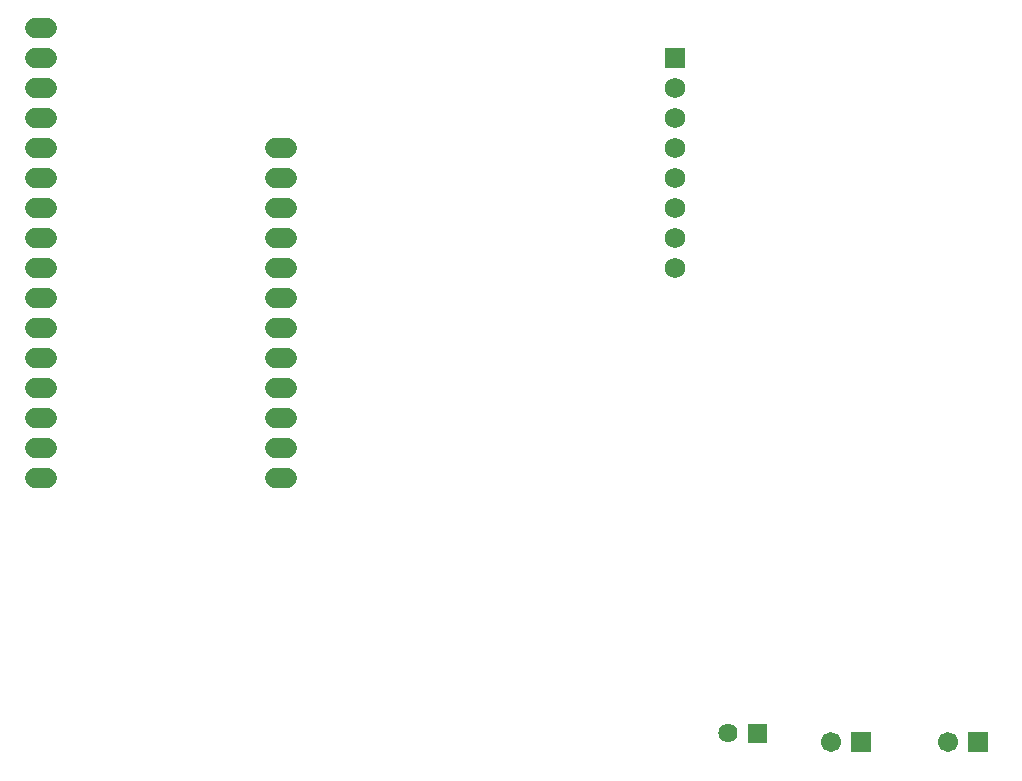
<source format=gbs>
G04 Layer: BottomSolderMaskLayer*
G04 EasyEDA v6.4.19.5, 2021-05-20T10:28:44+07:00*
G04 27e653f2f64e4e94b3cc02e3c5d75013,8de9fd2be1ea41df81dd73b3f080cf7e,10*
G04 Gerber Generator version 0.2*
G04 Scale: 100 percent, Rotated: No, Reflected: No *
G04 Dimensions in millimeters *
G04 leading zeros omitted , absolute positions ,4 integer and 5 decimal *
%FSLAX45Y45*%
%MOMM*%

%ADD19C,1.7272*%
%ADD22C,1.7016*%
%ADD24C,1.6256*%

%LPD*%
D19*
X1790700Y7569200D02*
G01*
X1892300Y7569200D01*
X1790700Y7315200D02*
G01*
X1892300Y7315200D01*
X1790700Y7061200D02*
G01*
X1892300Y7061200D01*
X1790700Y6807200D02*
G01*
X1892300Y6807200D01*
X1790700Y6553200D02*
G01*
X1892300Y6553200D01*
X1790700Y6299200D02*
G01*
X1892300Y6299200D01*
X1790700Y6045200D02*
G01*
X1892300Y6045200D01*
X1790700Y5791200D02*
G01*
X1892300Y5791200D01*
X1790700Y5537200D02*
G01*
X1892300Y5537200D01*
X1790700Y5283200D02*
G01*
X1892300Y5283200D01*
X1790700Y5029200D02*
G01*
X1892300Y5029200D01*
X1790700Y4775200D02*
G01*
X1892300Y4775200D01*
X1790700Y4521200D02*
G01*
X1892300Y4521200D01*
X1790700Y4267200D02*
G01*
X1892300Y4267200D01*
X1790700Y4013200D02*
G01*
X1892300Y4013200D01*
X1790700Y3759200D02*
G01*
X1892300Y3759200D01*
X3822700Y3759200D02*
G01*
X3924300Y3759200D01*
X3822700Y4013200D02*
G01*
X3924300Y4013200D01*
X3822700Y4267200D02*
G01*
X3924300Y4267200D01*
X3822700Y4521200D02*
G01*
X3924300Y4521200D01*
X3822700Y4775200D02*
G01*
X3924300Y4775200D01*
X3822700Y5029200D02*
G01*
X3924300Y5029200D01*
X3822700Y5283200D02*
G01*
X3924300Y5283200D01*
X3822700Y5537200D02*
G01*
X3924300Y5537200D01*
X3822700Y5791200D02*
G01*
X3924300Y5791200D01*
X3822700Y6045200D02*
G01*
X3924300Y6045200D01*
X3822700Y6299200D02*
G01*
X3924300Y6299200D01*
X3822700Y6553200D02*
G01*
X3924300Y6553200D01*
G36*
X8703309Y1438910D02*
G01*
X8703309Y1609089D01*
X8873490Y1609089D01*
X8873490Y1438910D01*
G37*
D22*
G01*
X8534400Y1524000D03*
G36*
X7830820Y1518920D02*
G01*
X7830820Y1681479D01*
X7993379Y1681479D01*
X7993379Y1518920D01*
G37*
D24*
G01*
X7658100Y1600200D03*
G36*
X9693909Y1438910D02*
G01*
X9693909Y1609089D01*
X9864090Y1609089D01*
X9864090Y1438910D01*
G37*
D22*
G01*
X9525000Y1524000D03*
G36*
X7127240Y7228839D02*
G01*
X7127240Y7401560D01*
X7299959Y7401560D01*
X7299959Y7228839D01*
G37*
D19*
G01*
X7213600Y7061200D03*
G01*
X7213600Y6807200D03*
G01*
X7213600Y6553200D03*
G01*
X7213600Y6299200D03*
G01*
X7213600Y6045200D03*
G01*
X7213600Y5791200D03*
G01*
X7213600Y5537200D03*
M02*

</source>
